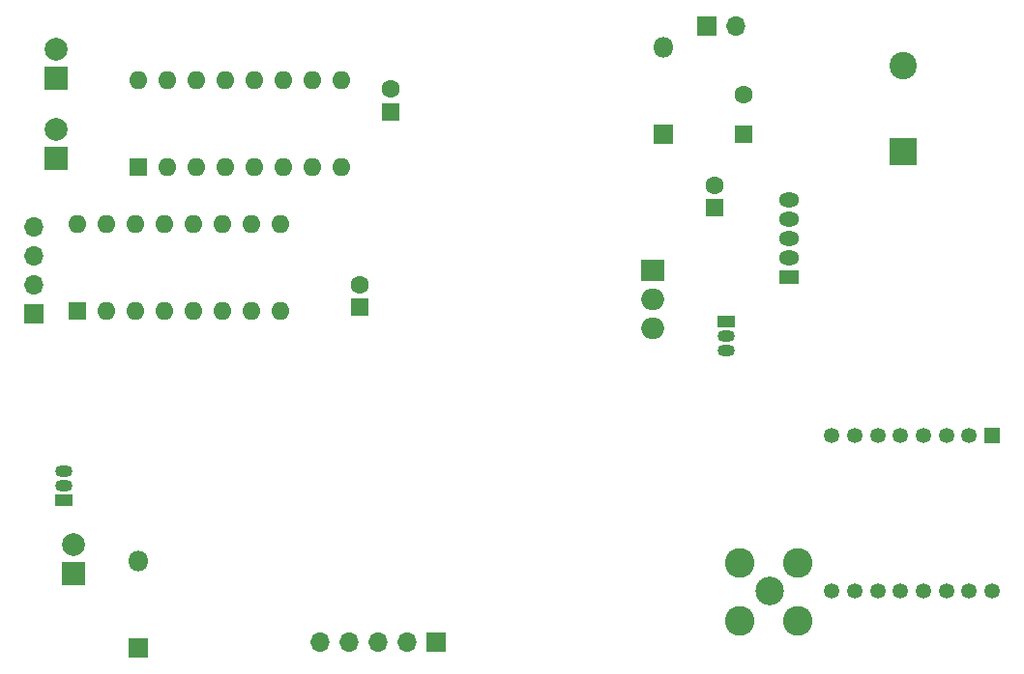
<source format=gbr>
%TF.GenerationSoftware,KiCad,Pcbnew,8.0.3*%
%TF.CreationDate,2024-07-31T08:23:15+01:00*%
%TF.ProjectId,controller,636f6e74-726f-46c6-9c65-722e6b696361,rev?*%
%TF.SameCoordinates,Original*%
%TF.FileFunction,Soldermask,Bot*%
%TF.FilePolarity,Negative*%
%FSLAX46Y46*%
G04 Gerber Fmt 4.6, Leading zero omitted, Abs format (unit mm)*
G04 Created by KiCad (PCBNEW 8.0.3) date 2024-07-31 08:23:15*
%MOMM*%
%LPD*%
G01*
G04 APERTURE LIST*
%ADD10R,1.600000X1.600000*%
%ADD11O,1.600000X1.600000*%
%ADD12C,2.600000*%
%ADD13C,2.500000*%
%ADD14C,1.600000*%
%ADD15R,1.700000X1.700000*%
%ADD16O,1.700000X1.700000*%
%ADD17R,1.800000X1.275000*%
%ADD18O,1.800000X1.275000*%
%ADD19R,2.000000X2.000000*%
%ADD20C,2.000000*%
%ADD21R,1.350000X1.350000*%
%ADD22C,1.350000*%
%ADD23R,1.800000X1.800000*%
%ADD24O,1.800000X1.800000*%
%ADD25R,1.500000X1.050000*%
%ADD26O,1.500000X1.050000*%
%ADD27R,2.000000X1.905000*%
%ADD28O,2.000000X1.905000*%
%ADD29R,2.400000X2.400000*%
%ADD30C,2.400000*%
G04 APERTURE END LIST*
D10*
%TO.C,U1*%
X74970000Y-75845000D03*
D11*
X77510000Y-75845000D03*
X80050000Y-75845000D03*
X82590000Y-75845000D03*
X85130000Y-75845000D03*
X87670000Y-75845000D03*
X90210000Y-75845000D03*
X92750000Y-75845000D03*
X92750000Y-68225000D03*
X90210000Y-68225000D03*
X87670000Y-68225000D03*
X85130000Y-68225000D03*
X82590000Y-68225000D03*
X80050000Y-68225000D03*
X77510000Y-68225000D03*
X74970000Y-68225000D03*
%TD*%
D12*
%TO.C,J1*%
X127670000Y-110535000D03*
X127670000Y-115615000D03*
X132750000Y-110535000D03*
X132750000Y-115615000D03*
D13*
X130310000Y-113000000D03*
%TD*%
D10*
%TO.C,C4*%
X125500000Y-79426041D03*
D14*
X125500000Y-77426041D03*
%TD*%
D15*
%TO.C,J3*%
X124750000Y-63475000D03*
D16*
X127290000Y-63475000D03*
%TD*%
D17*
%TO.C,U5*%
X131945000Y-85549811D03*
D18*
X131945000Y-83849811D03*
X131945000Y-82149811D03*
X131945000Y-80449811D03*
X131945000Y-78749811D03*
%TD*%
D15*
%TO.C,M3*%
X65880000Y-88685000D03*
D16*
X65880000Y-86145000D03*
X65880000Y-83605000D03*
X65880000Y-81065000D03*
%TD*%
D10*
%TO.C,C6*%
X128000000Y-73000000D03*
D14*
X128000000Y-69500000D03*
%TD*%
D15*
%TO.C,J2*%
X101040000Y-117525000D03*
D16*
X98500000Y-117525000D03*
X95960000Y-117525000D03*
X93420000Y-117525000D03*
X90880000Y-117525000D03*
%TD*%
D10*
%TO.C,C19*%
X94380000Y-88174657D03*
D14*
X94380000Y-86174657D03*
%TD*%
D19*
%TO.C,M2*%
X67845000Y-75085000D03*
D20*
X67845000Y-72545000D03*
%TD*%
D21*
%TO.C,U4*%
X149750000Y-99400000D03*
D22*
X147750000Y-99400000D03*
X145750000Y-99400000D03*
X143750000Y-99400000D03*
X141750000Y-99400000D03*
X139750000Y-99400000D03*
X137750000Y-99400000D03*
X135750000Y-99400000D03*
X135750000Y-113000000D03*
X137750000Y-113000000D03*
X139750000Y-113000000D03*
X141750000Y-113000000D03*
X143750000Y-113000000D03*
X145750000Y-113000000D03*
X147750000Y-113000000D03*
X149750000Y-113000000D03*
%TD*%
D23*
%TO.C,D14*%
X121000000Y-73000000D03*
D24*
X121000000Y-65380000D03*
%TD*%
D25*
%TO.C,U6*%
X126500000Y-89426041D03*
D26*
X126500000Y-90696041D03*
X126500000Y-91966041D03*
%TD*%
D27*
%TO.C,U7*%
X120055000Y-84886041D03*
D28*
X120055000Y-87426041D03*
X120055000Y-89966041D03*
%TD*%
D23*
%TO.C,D13*%
X75000000Y-118000000D03*
D24*
X75000000Y-110380000D03*
%TD*%
D25*
%TO.C,Q1*%
X68500000Y-105060000D03*
D26*
X68500000Y-103790000D03*
X68500000Y-102520000D03*
%TD*%
D10*
%TO.C,U3*%
X69710000Y-88485000D03*
D11*
X72250000Y-88485000D03*
X74790000Y-88485000D03*
X77330000Y-88485000D03*
X79870000Y-88485000D03*
X82410000Y-88485000D03*
X84950000Y-88485000D03*
X87490000Y-88485000D03*
X87490000Y-80865000D03*
X84950000Y-80865000D03*
X82410000Y-80865000D03*
X79870000Y-80865000D03*
X77330000Y-80865000D03*
X74790000Y-80865000D03*
X72250000Y-80865000D03*
X69710000Y-80865000D03*
%TD*%
D29*
%TO.C,C5*%
X142000000Y-74500000D03*
D30*
X142000000Y-67000000D03*
%TD*%
D19*
%TO.C,L1*%
X69350000Y-111540000D03*
D20*
X69350000Y-109000000D03*
%TD*%
D19*
%TO.C,M1*%
X67845000Y-68085000D03*
D20*
X67845000Y-65545000D03*
%TD*%
D10*
%TO.C,C20*%
X97095000Y-71000113D03*
D14*
X97095000Y-69000113D03*
%TD*%
M02*

</source>
